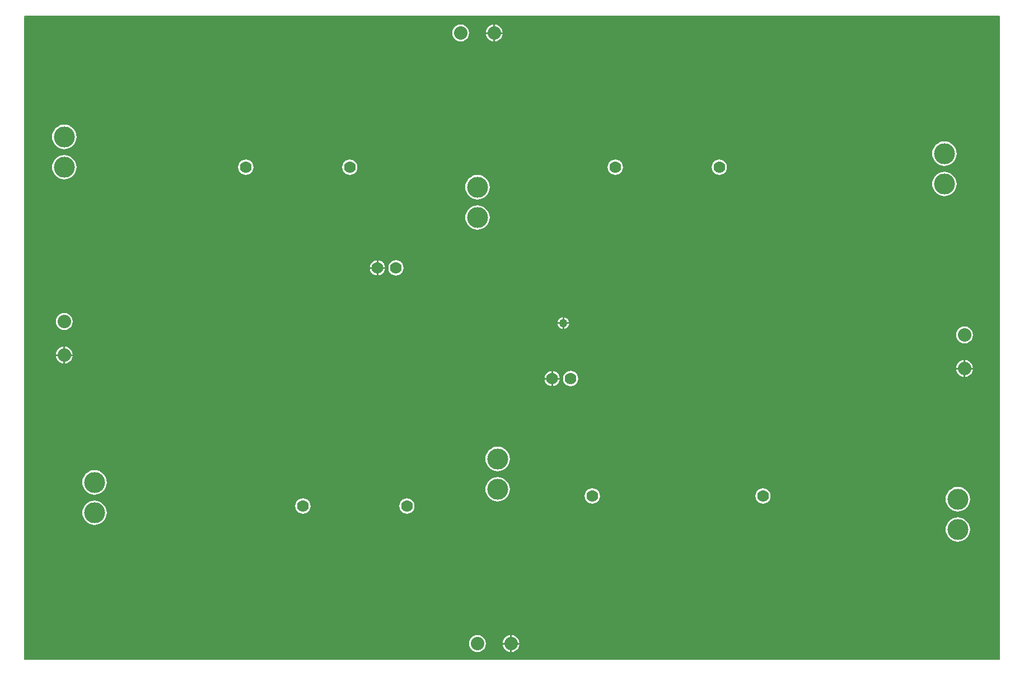
<source format=gbl>
%FSDAX24Y24*%
%MOIN*%
%SFA1B1*%

%IPPOS*%
%ADD15C,0.010000*%
%ADD16C,0.070000*%
%ADD17C,0.125000*%
%ADD18C,0.080000*%
%ADD19C,0.050000*%
%ADD30C,0.005000*%
%ADD31C,0.020000*%
%ADD32C,0.040000*%
%ADD33C,0.160000*%
%ADD34C,0.320000*%
%ADD35C,0.640000*%
%LNtlinepcb-1*%
%LPD*%
G54D30*
X068873Y010852D02*
X010852D01*
Y049188*
X068873*
Y010852*
G54D15*
X068823Y010902D02*
X010902D01*
Y049138*
X068823*
Y010902*
G54D31*
X068723Y011001D02*
X011002Y011002D01*
Y049038*
X068723*
Y011001*
G54D32*
X068523Y011201D02*
X011202D01*
Y048838*
X068523*
Y011201*
G54D18*
X068123Y011601D02*
X011601D01*
X011602Y048438*
X068123*
Y011601*
G54D33*
X067323Y012401D02*
X012401Y012401D01*
Y047638*
X067322*
X067323Y012401*
G54D34*
X065722Y014001D02*
X014001D01*
X014001Y046038*
X065722*
Y014001*
G54D35*
X062522Y017201D02*
X017201D01*
Y042838*
X062522*
X062522Y017201*
X059322Y020401D02*
X020401D01*
Y039638*
X059322*
Y020401*
X056122Y023601D02*
X023601D01*
Y036438*
X056122*
Y023601*
X052922Y026801D02*
X026801D01*
Y033238*
X052922*
Y026801*
X049722Y030001D02*
X030001D01*
Y030038*
X049722*
Y030001*
%LNtlinepcb-2*%
%LPC*%
G36*
X042200Y027550D02*
X041803D01*
X041812Y027483*
X041857Y027373*
X041929Y027279*
X042023Y027207*
X042133Y027162*
X042200Y027153*
Y027550*
G37*
G36*
X042697D02*
X042300D01*
Y027153*
X042367Y027162*
X042477Y027207*
X042571Y027279*
X042643Y027373*
X042688Y027483*
X042697Y027550*
G37*
G36*
X042200Y028047D02*
X042133Y028038D01*
X042023Y027993*
X041929Y027921*
X041857Y027827*
X041812Y027717*
X041803Y027650*
X042200*
Y028047*
G37*
G36*
X015000Y022140D02*
X014858Y022126D01*
X014721Y022084*
X014595Y022017*
X014485Y021926*
X014394Y021816*
X014327Y021690*
X014285Y021553*
X014271Y021411*
X014285Y021269*
X014327Y021132*
X014394Y021006*
X014485Y020896*
X014595Y020805*
X014721Y020738*
X014858Y020697*
X015000Y020683*
X015142Y020697*
X015279Y020738*
X015405Y020805*
X015515Y020896*
X015606Y021006*
X015673Y021132*
X015715Y021269*
X015729Y021411*
X015715Y021553*
X015673Y021690*
X015606Y021816*
X015515Y021926*
X015405Y022017*
X015279Y022084*
X015142Y022126*
X015000Y022140*
G37*
G36*
X039000Y023540D02*
X038858Y023526D01*
X038721Y023484*
X038595Y023417*
X038485Y023326*
X038394Y023216*
X038327Y023090*
X038285Y022953*
X038271Y022811*
X038285Y022669*
X038327Y022532*
X038394Y022406*
X038485Y022296*
X038595Y022205*
X038721Y022138*
X038858Y022097*
X039000Y022083*
X039142Y022097*
X039279Y022138*
X039405Y022205*
X039515Y022296*
X039606Y022406*
X039673Y022532*
X039715Y022669*
X039729Y022811*
X039715Y022953*
X039673Y023090*
X039606Y023216*
X039515Y023326*
X039405Y023417*
X039279Y023484*
X039142Y023526*
X039000Y023540*
G37*
G36*
X043350Y028054D02*
X043233Y028038D01*
X043123Y027993*
X043029Y027921*
X042957Y027827*
X042912Y027717*
X042896Y027600*
X042912Y027483*
X042957Y027373*
X043029Y027279*
X043123Y027207*
X043233Y027162*
X043350Y027146*
X043467Y027162*
X043577Y027207*
X043671Y027279*
X043743Y027373*
X043788Y027483*
X043804Y027600*
X043788Y027717*
X043743Y027827*
X043671Y027921*
X043577Y027993*
X043467Y028038*
X043350Y028054*
G37*
G36*
X042300Y028047D02*
Y027650D01*
X042697*
X042688Y027717*
X042643Y027827*
X042571Y027921*
X042477Y027993*
X042367Y028038*
X042300Y028047*
G37*
G36*
X066850Y028698D02*
Y028250D01*
X067298*
X067287Y028331*
X067237Y028452*
X067157Y028557*
X067052Y028637*
X066931Y028687*
X066850Y028698*
G37*
G36*
X013150Y028950D02*
X012702D01*
X012713Y028869*
X012763Y028748*
X012843Y028643*
X012948Y028563*
X013069Y028513*
X013150Y028502*
Y028950*
G37*
G36*
X013698D02*
X013250D01*
Y028502*
X013331Y028513*
X013452Y028563*
X013557Y028643*
X013637Y028748*
X013687Y028869*
X013698Y028950*
G37*
G36*
X066750Y028150D02*
X066302D01*
X066313Y028069*
X066363Y027948*
X066443Y027843*
X066548Y027763*
X066669Y027713*
X066750Y027702*
Y028150*
G37*
G36*
X067298D02*
X066850D01*
Y027702*
X066931Y027713*
X067052Y027763*
X067157Y027843*
X067237Y027948*
X067287Y028069*
X067298Y028150*
G37*
G36*
X066750Y028698D02*
X066669Y028687D01*
X066548Y028637*
X066443Y028557*
X066363Y028452*
X066313Y028331*
X066302Y028250*
X066750*
Y028698*
G37*
G36*
X039750Y012298D02*
X039669Y012287D01*
X039548Y012237*
X039443Y012157*
X039363Y012052*
X039313Y011931*
X039302Y011850*
X039750*
Y012298*
G37*
G36*
X039850D02*
Y011850D01*
X040298*
X040287Y011931*
X040237Y012052*
X040157Y012157*
X040052Y012237*
X039931Y012287*
X039850Y012298*
G37*
G36*
X066400Y019329D02*
X066258Y019315D01*
X066121Y019273*
X065995Y019206*
X065885Y019115*
X065794Y019005*
X065727Y018879*
X065685Y018742*
X065671Y018600*
X065685Y018458*
X065727Y018321*
X065794Y018195*
X065885Y018085*
X065995Y017994*
X066121Y017927*
X066258Y017885*
X066400Y017871*
X066542Y017885*
X066679Y017927*
X066805Y017994*
X066915Y018085*
X067006Y018195*
X067073Y018321*
X067115Y018458*
X067129Y018600*
X067115Y018742*
X067073Y018879*
X067006Y019005*
X066915Y019115*
X066805Y019206*
X066679Y019273*
X066542Y019315*
X066400Y019329*
G37*
G36*
X037800Y012304D02*
X037669Y012287D01*
X037548Y012237*
X037443Y012157*
X037363Y012052*
X037313Y011931*
X037296Y011800*
X037313Y011669*
X037363Y011548*
X037443Y011443*
X037548Y011363*
X037669Y011313*
X037800Y011296*
X037931Y011313*
X038052Y011363*
X038157Y011443*
X038237Y011548*
X038287Y011669*
X038304Y011800*
X038287Y011931*
X038237Y012052*
X038157Y012157*
X038052Y012237*
X037931Y012287*
X037800Y012304*
G37*
G36*
X039750Y011750D02*
X039302D01*
X039313Y011669*
X039363Y011548*
X039443Y011443*
X039548Y011363*
X039669Y011313*
X039750Y011302*
Y011750*
G37*
G36*
X040298D02*
X039850D01*
Y011302*
X039931Y011313*
X040052Y011363*
X040157Y011443*
X040237Y011548*
X040287Y011669*
X040298Y011750*
G37*
G36*
X015000Y020329D02*
X014858Y020315D01*
X014721Y020273*
X014595Y020206*
X014485Y020115*
X014394Y020005*
X014327Y019879*
X014285Y019742*
X014271Y019600*
X014285Y019458*
X014327Y019321*
X014394Y019195*
X014485Y019085*
X014595Y018994*
X014721Y018927*
X014858Y018885*
X015000Y018871*
X015142Y018885*
X015279Y018927*
X015405Y018994*
X015515Y019085*
X015606Y019195*
X015673Y019321*
X015715Y019458*
X015729Y019600*
X015715Y019742*
X015673Y019879*
X015606Y020005*
X015515Y020115*
X015405Y020206*
X015279Y020273*
X015142Y020315*
X015000Y020329*
G37*
G36*
X044640Y021054D02*
X044523Y021038D01*
X044414Y020993*
X044320Y020921*
X044247Y020827*
X044202Y020717*
X044187Y020600*
X044202Y020483*
X044247Y020373*
X044320Y020279*
X044414Y020207*
X044523Y020162*
X044640Y020146*
X044758Y020162*
X044867Y020207*
X044961Y020279*
X045034Y020373*
X045079Y020483*
X045094Y020600*
X045079Y020717*
X045034Y020827*
X044961Y020921*
X044867Y020993*
X044758Y021038*
X044640Y021054*
G37*
G36*
X054800D02*
X054683Y021038D01*
X054573Y020993*
X054479Y020921*
X054407Y020827*
X054362Y020717*
X054346Y020600*
X054362Y020483*
X054407Y020373*
X054479Y020279*
X054573Y020207*
X054683Y020162*
X054800Y020146*
X054917Y020162*
X055027Y020207*
X055121Y020279*
X055193Y020373*
X055238Y020483*
X055254Y020600*
X055238Y020717*
X055193Y020827*
X055121Y020921*
X055027Y020993*
X054917Y021038*
X054800Y021054*
G37*
G36*
X039000Y021729D02*
X038858Y021715D01*
X038721Y021673*
X038595Y021606*
X038485Y021515*
X038394Y021405*
X038327Y021279*
X038285Y021142*
X038271Y021000*
X038285Y020858*
X038327Y020721*
X038394Y020595*
X038485Y020485*
X038595Y020394*
X038721Y020327*
X038858Y020285*
X039000Y020271*
X039142Y020285*
X039279Y020327*
X039405Y020394*
X039515Y020485*
X039606Y020595*
X039673Y020721*
X039715Y020858*
X039729Y021000*
X039715Y021142*
X039673Y021279*
X039606Y021405*
X039515Y021515*
X039405Y021606*
X039279Y021673*
X039142Y021715*
X039000Y021729*
G37*
G36*
X027409Y020454D02*
X027292Y020438D01*
X027182Y020393*
X027088Y020321*
X027016Y020227*
X026971Y020117*
X026955Y020000*
X026971Y019883*
X027016Y019773*
X027088Y019679*
X027182Y019607*
X027292Y019562*
X027409Y019546*
X027526Y019562*
X027636Y019607*
X027730Y019679*
X027802Y019773*
X027847Y019883*
X027863Y020000*
X027847Y020117*
X027802Y020227*
X027730Y020321*
X027636Y020393*
X027526Y020438*
X027409Y020454*
G37*
G36*
X033600D02*
X033483Y020438D01*
X033373Y020393*
X033279Y020321*
X033207Y020227*
X033162Y020117*
X033146Y020000*
X033162Y019883*
X033207Y019773*
X033279Y019679*
X033373Y019607*
X033483Y019562*
X033600Y019546*
X033717Y019562*
X033827Y019607*
X033921Y019679*
X033993Y019773*
X034038Y019883*
X034054Y020000*
X034038Y020117*
X033993Y020227*
X033921Y020321*
X033827Y020393*
X033717Y020438*
X033600Y020454*
G37*
G36*
X066400Y021140D02*
X066258Y021126D01*
X066121Y021084*
X065995Y021017*
X065885Y020926*
X065794Y020816*
X065727Y020690*
X065685Y020553*
X065671Y020411*
X065685Y020269*
X065727Y020132*
X065794Y020006*
X065885Y019896*
X065995Y019805*
X066121Y019738*
X066258Y019697*
X066400Y019683*
X066542Y019697*
X066679Y019738*
X066805Y019805*
X066915Y019896*
X067006Y020006*
X067073Y020132*
X067115Y020269*
X067129Y020411*
X067115Y020553*
X067073Y020690*
X067006Y020816*
X066915Y020926*
X066805Y021017*
X066679Y021084*
X066542Y021126*
X066400Y021140*
G37*
G36*
X013150Y029498D02*
X013069Y029487D01*
X012948Y029437*
X012843Y029357*
X012763Y029252*
X012713Y029131*
X012702Y029050*
X013150*
Y029498*
G37*
G36*
X030200Y040654D02*
X030083Y040638D01*
X029973Y040593*
X029879Y040521*
X029807Y040427*
X029762Y040317*
X029746Y040200*
X029762Y040083*
X029807Y039973*
X029879Y039879*
X029973Y039807*
X030083Y039762*
X030200Y039746*
X030317Y039762*
X030427Y039807*
X030521Y039879*
X030593Y039973*
X030638Y040083*
X030654Y040200*
X030638Y040317*
X030593Y040427*
X030521Y040521*
X030427Y040593*
X030317Y040638*
X030200Y040654*
G37*
G36*
X046009D02*
X045892Y040638D01*
X045782Y040593*
X045688Y040521*
X045616Y040427*
X045571Y040317*
X045555Y040200*
X045571Y040083*
X045616Y039973*
X045688Y039879*
X045782Y039807*
X045892Y039762*
X046009Y039746*
X046126Y039762*
X046236Y039807*
X046330Y039879*
X046402Y039973*
X046447Y040083*
X046463Y040200*
X046447Y040317*
X046402Y040427*
X046330Y040521*
X046236Y040593*
X046126Y040638*
X046009Y040654*
G37*
G36*
X052200D02*
X052083Y040638D01*
X051973Y040593*
X051879Y040521*
X051807Y040427*
X051762Y040317*
X051746Y040200*
X051762Y040083*
X051807Y039973*
X051879Y039879*
X051973Y039807*
X052083Y039762*
X052200Y039746*
X052317Y039762*
X052427Y039807*
X052521Y039879*
X052593Y039973*
X052638Y040083*
X052654Y040200*
X052638Y040317*
X052593Y040427*
X052521Y040521*
X052427Y040593*
X052317Y040638*
X052200Y040654*
G37*
G36*
X065600Y039929D02*
X065458Y039915D01*
X065321Y039873*
X065195Y039806*
X065085Y039715*
X064994Y039605*
X064927Y039479*
X064885Y039342*
X064871Y039200*
X064885Y039058*
X064927Y038921*
X064994Y038795*
X065085Y038685*
X065195Y038594*
X065321Y038527*
X065458Y038485*
X065600Y038471*
X065742Y038485*
X065879Y038527*
X066005Y038594*
X066115Y038685*
X066206Y038795*
X066273Y038921*
X066315Y039058*
X066329Y039200*
X066315Y039342*
X066273Y039479*
X066206Y039605*
X066115Y039715*
X066005Y039806*
X065879Y039873*
X065742Y039915*
X065600Y039929*
G37*
G36*
X013200Y040929D02*
X013058Y040915D01*
X012921Y040873*
X012795Y040806*
X012685Y040715*
X012594Y040605*
X012527Y040479*
X012485Y040342*
X012471Y040200*
X012485Y040058*
X012527Y039921*
X012594Y039795*
X012685Y039685*
X012795Y039594*
X012921Y039527*
X013058Y039485*
X013200Y039471*
X013342Y039485*
X013479Y039527*
X013605Y039594*
X013715Y039685*
X013806Y039795*
X013873Y039921*
X013915Y040058*
X013929Y040200*
X013915Y040342*
X013873Y040479*
X013806Y040605*
X013715Y040715*
X013605Y040806*
X013479Y040873*
X013342Y040915*
X013200Y040929*
G37*
G36*
X024009Y040654D02*
X023892Y040638D01*
X023782Y040593*
X023688Y040521*
X023616Y040427*
X023571Y040317*
X023555Y040200*
X023571Y040083*
X023616Y039973*
X023688Y039879*
X023782Y039807*
X023892Y039762*
X024009Y039746*
X024126Y039762*
X024236Y039807*
X024330Y039879*
X024402Y039973*
X024447Y040083*
X024463Y040200*
X024447Y040317*
X024402Y040427*
X024330Y040521*
X024236Y040593*
X024126Y040638*
X024009Y040654*
G37*
G36*
X065600Y041740D02*
X065458Y041726D01*
X065321Y041684*
X065195Y041617*
X065085Y041526*
X064994Y041416*
X064927Y041290*
X064885Y041153*
X064871Y041011*
X064885Y040869*
X064927Y040732*
X064994Y040606*
X065085Y040496*
X065195Y040405*
X065321Y040338*
X065458Y040297*
X065600Y040283*
X065742Y040297*
X065879Y040338*
X066005Y040405*
X066115Y040496*
X066206Y040606*
X066273Y040732*
X066315Y040869*
X066329Y041011*
X066315Y041153*
X066273Y041290*
X066206Y041416*
X066115Y041526*
X066005Y041617*
X065879Y041684*
X065742Y041726*
X065600Y041740*
G37*
G36*
X039298Y048150D02*
X038850D01*
Y047702*
X038931Y047713*
X039052Y047763*
X039157Y047843*
X039237Y047948*
X039287Y048069*
X039298Y048150*
G37*
G36*
X038750Y048698D02*
X038669Y048687D01*
X038548Y048637*
X038443Y048557*
X038363Y048452*
X038313Y048331*
X038302Y048250*
X038750*
Y048698*
G37*
G36*
X038850D02*
Y048250D01*
X039298*
X039287Y048331*
X039237Y048452*
X039157Y048557*
X039052Y048637*
X038931Y048687*
X038850Y048698*
G37*
G36*
X013200Y042740D02*
X013058Y042726D01*
X012921Y042684*
X012795Y042617*
X012685Y042526*
X012594Y042416*
X012527Y042290*
X012485Y042153*
X012471Y042011*
X012485Y041869*
X012527Y041732*
X012594Y041606*
X012685Y041496*
X012795Y041405*
X012921Y041338*
X013058Y041297*
X013200Y041283*
X013342Y041297*
X013479Y041338*
X013605Y041405*
X013715Y041496*
X013806Y041606*
X013873Y041732*
X013915Y041869*
X013929Y042011*
X013915Y042153*
X013873Y042290*
X013806Y042416*
X013715Y042526*
X013605Y042617*
X013479Y042684*
X013342Y042726*
X013200Y042740*
G37*
G36*
X036800Y048704D02*
X036669Y048687D01*
X036548Y048637*
X036443Y048557*
X036363Y048452*
X036313Y048331*
X036296Y048200*
X036313Y048069*
X036363Y047948*
X036443Y047843*
X036548Y047763*
X036669Y047713*
X036800Y047696*
X036931Y047713*
X037052Y047763*
X037157Y047843*
X037237Y047948*
X037287Y048069*
X037304Y048200*
X037287Y048331*
X037237Y048452*
X037157Y048557*
X037052Y048637*
X036931Y048687*
X036800Y048704*
G37*
G36*
X038750Y048150D02*
X038302D01*
X038313Y048069*
X038363Y047948*
X038443Y047843*
X038548Y047763*
X038669Y047713*
X038750Y047702*
Y048150*
G37*
G36*
X037800Y039740D02*
X037658Y039726D01*
X037521Y039684*
X037395Y039617*
X037285Y039526*
X037194Y039416*
X037127Y039290*
X037085Y039153*
X037071Y039011*
X037085Y038869*
X037127Y038732*
X037194Y038606*
X037285Y038496*
X037395Y038405*
X037521Y038338*
X037658Y038297*
X037800Y038283*
X037942Y038297*
X038079Y038338*
X038205Y038405*
X038315Y038496*
X038406Y038606*
X038473Y038732*
X038515Y038869*
X038529Y039011*
X038515Y039153*
X038473Y039290*
X038406Y039416*
X038315Y039526*
X038205Y039617*
X038079Y039684*
X037942Y039726*
X037800Y039740*
G37*
G36*
X042863Y030856D02*
X042567D01*
X042572Y030814*
X042608Y030729*
X042664Y030656*
X042737Y030600*
X042822Y030565*
X042863Y030559*
Y030856*
G37*
G36*
X043260D02*
X042963D01*
Y030559*
X043005Y030565*
X043090Y030600*
X043163Y030656*
X043219Y030729*
X043254Y030814*
X043260Y030856*
G37*
G36*
X042863Y031252D02*
X042822Y031247D01*
X042737Y031211*
X042664Y031155*
X042608Y031082*
X042572Y030997*
X042567Y030956*
X042863*
Y031252*
G37*
G36*
X013250Y029498D02*
Y029050D01*
X013698*
X013687Y029131*
X013637Y029252*
X013557Y029357*
X013452Y029437*
X013331Y029487*
X013250Y029498*
G37*
G36*
X066800Y030704D02*
X066669Y030687D01*
X066548Y030637*
X066443Y030557*
X066363Y030452*
X066313Y030331*
X066296Y030200*
X066313Y030069*
X066363Y029948*
X066443Y029843*
X066548Y029763*
X066669Y029713*
X066800Y029696*
X066931Y029713*
X067052Y029763*
X067157Y029843*
X067237Y029948*
X067287Y030069*
X067304Y030200*
X067287Y030331*
X067237Y030452*
X067157Y030557*
X067052Y030637*
X066931Y030687*
X066800Y030704*
G37*
G36*
X013200Y031504D02*
X013069Y031487D01*
X012948Y031437*
X012843Y031357*
X012763Y031252*
X012713Y031131*
X012696Y031000*
X012713Y030869*
X012763Y030748*
X012843Y030643*
X012948Y030563*
X013069Y030513*
X013200Y030496*
X013331Y030513*
X013452Y030563*
X013557Y030643*
X013637Y030748*
X013687Y030869*
X013704Y031000*
X013687Y031131*
X013637Y031252*
X013557Y031357*
X013452Y031437*
X013331Y031487*
X013200Y031504*
G37*
G36*
X042963Y031252D02*
Y030956D01*
X043260*
X043254Y030997*
X043219Y031082*
X043163Y031155*
X043090Y031211*
X043005Y031247*
X042963Y031252*
G37*
G36*
X031800Y034647D02*
X031733Y034638D01*
X031623Y034593*
X031529Y034521*
X031457Y034427*
X031412Y034317*
X031403Y034250*
X031800*
Y034647*
G37*
G36*
X031900D02*
Y034250D01*
X032297*
X032288Y034317*
X032243Y034427*
X032171Y034521*
X032077Y034593*
X031967Y034638*
X031900Y034647*
G37*
G36*
X037800Y037929D02*
X037658Y037915D01*
X037521Y037873*
X037395Y037806*
X037285Y037715*
X037194Y037605*
X037127Y037479*
X037085Y037342*
X037071Y037200*
X037085Y037058*
X037127Y036921*
X037194Y036795*
X037285Y036685*
X037395Y036594*
X037521Y036527*
X037658Y036485*
X037800Y036471*
X037942Y036485*
X038079Y036527*
X038205Y036594*
X038315Y036685*
X038406Y036795*
X038473Y036921*
X038515Y037058*
X038529Y037200*
X038515Y037342*
X038473Y037479*
X038406Y037605*
X038315Y037715*
X038205Y037806*
X038079Y037873*
X037942Y037915*
X037800Y037929*
G37*
G36*
X032950Y034654D02*
X032833Y034638D01*
X032723Y034593*
X032629Y034521*
X032557Y034427*
X032512Y034317*
X032496Y034200*
X032512Y034083*
X032557Y033973*
X032629Y033879*
X032723Y033807*
X032833Y033762*
X032950Y033746*
X033067Y033762*
X033177Y033807*
X033271Y033879*
X033343Y033973*
X033388Y034083*
X033404Y034200*
X033388Y034317*
X033343Y034427*
X033271Y034521*
X033177Y034593*
X033067Y034638*
X032950Y034654*
G37*
G36*
X031800Y034150D02*
X031403D01*
X031412Y034083*
X031457Y033973*
X031529Y033879*
X031623Y033807*
X031733Y033762*
X031800Y033753*
Y034150*
G37*
G36*
X032297D02*
X031900D01*
Y033753*
X031967Y033762*
X032077Y033807*
X032171Y033879*
X032243Y033973*
X032288Y034083*
X032297Y034150*
G37*
%LNtlinepcb-3*%
%LPD*%
G54D16*
X042250Y027600D03*
X043350D03*
X032950Y034200D03*
X031850D03*
X033600Y020000D03*
X027409D03*
X046009Y040200D03*
X052200D03*
X030200D03*
X024009D03*
X054800Y020600D03*
X044640D03*
G54D17*
X065600Y041011D03*
Y039200D03*
X037800Y037200D03*
Y039011D03*
X039000Y022811D03*
Y021000D03*
X015000Y019600D03*
Y021411D03*
X013200Y042011D03*
Y040200D03*
X066400Y018600D03*
Y020411D03*
G54D18*
X037800Y011800D03*
X039800D03*
X038800Y048200D03*
X036800D03*
X066800Y028200D03*
Y030200D03*
X013200Y031000D03*
Y029000D03*
G54D19*
X042913Y030906D03*
M02*
</source>
